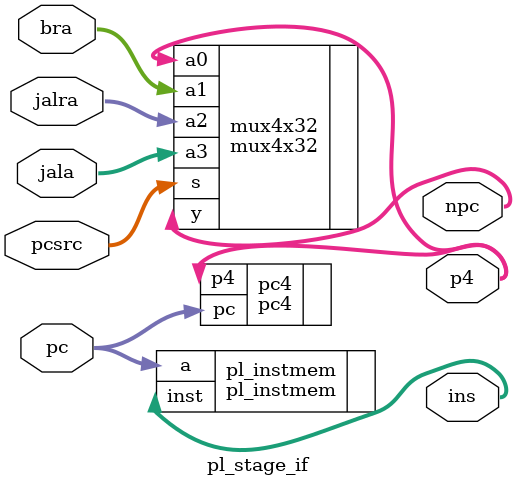
<source format=v>
module pl_stage_if(pcsrc, pc, bra, jalra, jala, npc, p4, ins);
    input  [31:0] pc, bra, jalra, jala;
    input  [1:0] pcsrc; 
    output [31:0] npc, p4, ins;

    pc4 pc4(
        .pc   (pc ),
        .p4   (p4 )
    );

    mux4x32 mux4x32(
        .a0   (p4         ),
        .a1   (bra         ),
        .a2   (jalra       ),
        .a3   (jala        ),
        .s    (pcsrc       ),
        .y    (npc         ) 
    ); 

    pl_instmem pl_instmem(
        .a    (pc           ),
        .inst (ins          ) 
    );
    
endmodule
</source>
